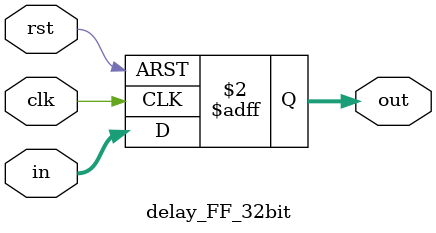
<source format=sv>
`ifndef _DELAY_FF_32
`define _DELAY_FF_32
module delay_FF_32bit(
    input clk, rst,
    input [31:0] in,
    output logic [31:0] out

);
always_ff @(posedge clk or posedge rst) begin
    if(rst) out <= 32'b0;
    else out <= in;
end
endmodule
`endif

</source>
